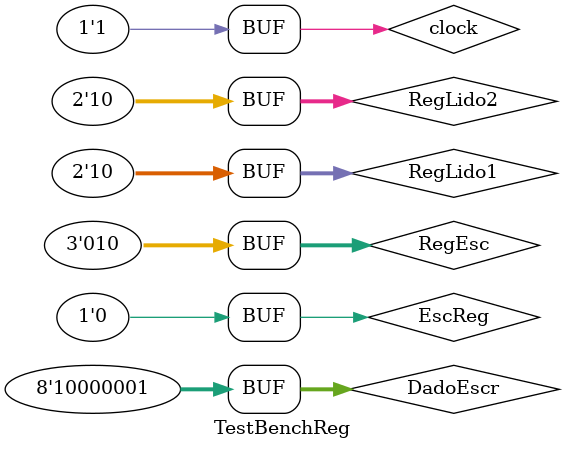
<source format=v>
module TestBenchReg;
reg [1:0] RegLido1;
reg [1:0] RegLido2;
reg [2:0] RegEsc;
reg EscReg;
reg [7:0] DadoEscr;
reg clock;
wire [7:0] Dado1;
wire [7:0] Dado2;
initial begin
clock=1;RegLido1=2'b00;RegLido2=2'b10;RegEsc=3'b010;EscReg=0;DadoEscr=8'b00000000;
#1 clock=0;RegLido1=2'b01;RegLido2=2'b10;RegEsc=3'b010;EscReg=1;DadoEscr=8'b11111111;
#1 clock=1;RegLido1=2'b11;RegLido2=2'b10;RegEsc=3'b010;EscReg=1;DadoEscr=8'b10101010;
#1 clock=0;RegLido1=2'b01;RegLido2=2'b10;RegEsc=3'b010;EscReg=1;DadoEscr=8'b11111111;
#1 clock=1;RegLido1=2'b10;RegLido2=2'b10;RegEsc=3'b010;EscReg=0;DadoEscr=8'b10000001;
end
initial begin
$monitor("Time=%0d clock=%b Registrador[%b]=%b Registrador[%b]=%b EscReg=%b Reg a ser escrito: %b DadoEscr=%b",
$time, clock, RegLido1, Dado1, RegLido2, Dado2, EscReg, RegEsc, DadoEscr);
end
Registradores Reg1(
	.RegLido1(RegLido1),
	.RegLido2(RegLido2),
	.DadoEscr(DadoEscr),
	.RegEsc(RegEsc),
	.EscReg(EscReg),
	.Dado1(Dado1),
	.Dado2(Dado2),
	.clock(clock)
	);
endmodule

</source>
